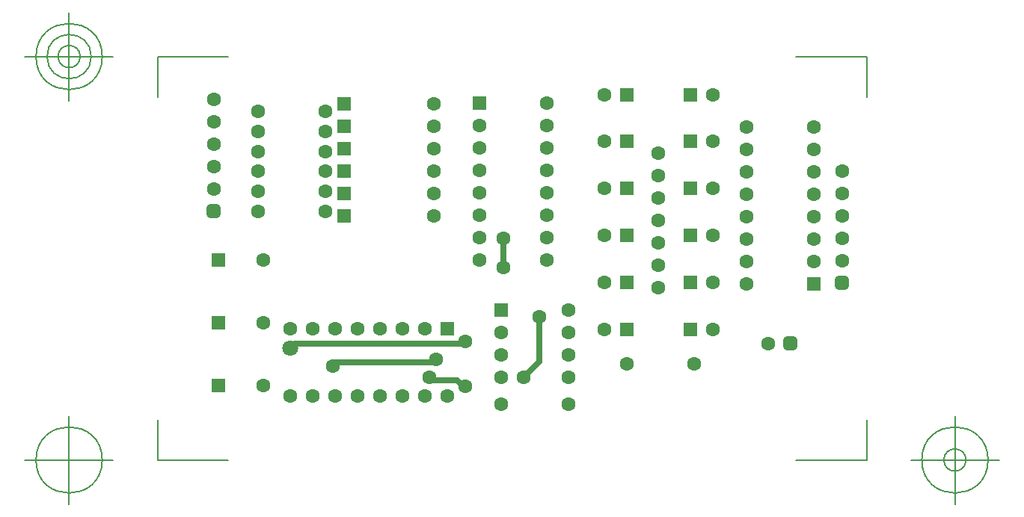
<source format=gbr>
G04 Generated by Ultiboard 14.1 *
%FSLAX34Y34*%
%MOMM*%

%ADD10C,0.0001*%
%ADD11C,0.7000*%
%ADD12C,0.1270*%
%ADD13C,1.6000*%
%ADD14R,1.6000X1.6000*%
%ADD15R,0.6051X0.6051*%
%ADD16C,0.9949*%
%ADD17C,1.8000*%


G04 ColorRGB 00FF00 for the following layer *
%LNCopper Top*%
%LPD*%
G54D10*
G54D11*
X327660Y426720D02*
X327660Y393700D01*
X350520Y269240D02*
X368300Y287020D01*
X368300Y337820D01*
X247650Y265430D02*
X243840Y269240D01*
X247650Y265430D02*
X275590Y265430D01*
X281940Y259080D01*
X284480Y259080D01*
X247650Y285750D02*
X138430Y285750D01*
X247650Y285750D02*
X251460Y289560D01*
X138430Y285750D02*
X134620Y281940D01*
X91440Y307340D02*
X281940Y307340D01*
X91440Y307340D02*
X86360Y302260D01*
X281940Y307340D02*
X284480Y309880D01*
G54D12*
X-63500Y175260D02*
X-63500Y220980D01*
X-63500Y175260D02*
X16764Y175260D01*
X739144Y175260D02*
X658880Y175260D01*
X739144Y175260D02*
X739144Y220980D01*
X739144Y632460D02*
X739144Y586740D01*
X739144Y632460D02*
X658880Y632460D01*
X-63500Y632460D02*
X16764Y632460D01*
X-63500Y632460D02*
X-63500Y586740D01*
X-113500Y175260D02*
X-213500Y175260D01*
X-163500Y125260D02*
X-163500Y225260D01*
X-201000Y175260D02*
G75*
D01*
G02X-201000Y175260I37500J0*
G01*
X789144Y175260D02*
X889144Y175260D01*
X839144Y125260D02*
X839144Y225260D01*
X801644Y175260D02*
G75*
D01*
G02X801644Y175260I37500J0*
G01*
X826644Y175260D02*
G75*
D01*
G02X826644Y175260I12500J0*
G01*
X-113500Y632460D02*
X-213500Y632460D01*
X-163500Y582460D02*
X-163500Y682460D01*
X-201000Y632460D02*
G75*
D01*
G02X-201000Y632460I37500J0*
G01*
X-188500Y632460D02*
G75*
D01*
G02X-188500Y632460I25000J0*
G01*
X-176000Y632460D02*
G75*
D01*
G02X-176000Y632460I12500J0*
G01*
G54D13*
X327660Y426720D03*
X327660Y393700D03*
X243840Y269240D03*
X134620Y281940D03*
X350520Y269240D03*
X368300Y337820D03*
X251460Y289560D03*
X325120Y238760D03*
X401320Y238760D03*
X248920Y579120D03*
X0Y482600D03*
X0Y508000D03*
X0Y558800D03*
X0Y533400D03*
X0Y584200D03*
X56380Y401820D03*
X248920Y553720D03*
X126175Y570248D03*
X49975Y570248D03*
X126175Y547665D03*
X49975Y547665D03*
X248920Y528320D03*
X126175Y525081D03*
X49975Y525081D03*
X248920Y502920D03*
X126175Y502497D03*
X49975Y502497D03*
X248920Y477520D03*
X126175Y479914D03*
X49975Y479914D03*
X248920Y452120D03*
X126175Y457330D03*
X49975Y457330D03*
X56380Y330700D03*
X56380Y259580D03*
X711200Y401320D03*
X711200Y426720D03*
X711200Y477520D03*
X711200Y452120D03*
X711200Y502920D03*
X325120Y269240D03*
X401320Y269240D03*
X401320Y345440D03*
X325120Y320040D03*
X325120Y294640D03*
X401320Y320040D03*
X401320Y294640D03*
X442557Y429677D03*
X442557Y482916D03*
X442557Y536154D03*
X442557Y589392D03*
X442557Y323201D03*
X467360Y284480D03*
X543560Y284480D03*
X300618Y402017D03*
X376818Y579817D03*
X300618Y529017D03*
X300618Y554417D03*
X300618Y503617D03*
X300618Y452817D03*
X300618Y478217D03*
X300618Y427417D03*
X376818Y427417D03*
X376818Y503617D03*
X376818Y529017D03*
X376818Y554417D03*
X376818Y452817D03*
X376818Y478217D03*
X376818Y402017D03*
X627380Y307340D03*
X188657Y248022D03*
X87057Y324222D03*
X264857Y248022D03*
X214057Y324222D03*
X239457Y324222D03*
X188657Y324222D03*
X137857Y324222D03*
X163257Y324222D03*
X112457Y324222D03*
X112457Y248022D03*
X214057Y248022D03*
X239457Y248022D03*
X137857Y248022D03*
X163257Y248022D03*
X87057Y248022D03*
X565516Y323201D03*
X565516Y429677D03*
X565516Y482916D03*
X565516Y536154D03*
X565516Y589392D03*
X679822Y553023D03*
X679822Y426023D03*
X679822Y400623D03*
X679822Y451423D03*
X679822Y502223D03*
X679822Y476823D03*
X679822Y527623D03*
X603622Y375223D03*
X603622Y527623D03*
X603622Y451423D03*
X603622Y426023D03*
X603622Y400623D03*
X603622Y502223D03*
X603622Y476823D03*
X603622Y553023D03*
X442557Y376439D03*
X502920Y497840D03*
X502920Y421640D03*
X502920Y370840D03*
X502920Y396240D03*
X502920Y447040D03*
X502920Y472440D03*
X502920Y523240D03*
X565516Y376439D03*
X284480Y309880D03*
X284480Y259080D03*
G54D14*
X147320Y579120D03*
X5580Y401820D03*
X147320Y553720D03*
X147320Y528320D03*
X147320Y502920D03*
X147320Y477520D03*
X147320Y452120D03*
X5580Y330700D03*
X5580Y259580D03*
X325120Y345440D03*
X467957Y429677D03*
X467957Y482916D03*
X467957Y536154D03*
X467957Y589392D03*
X467957Y323201D03*
X300618Y579817D03*
X264857Y324222D03*
X540116Y323201D03*
X540116Y429677D03*
X540116Y482916D03*
X540116Y536154D03*
X540116Y589392D03*
X679822Y375223D03*
X467957Y376439D03*
X540116Y376439D03*
G54D15*
X0Y457200D03*
X711200Y375920D03*
X652780Y307340D03*
G54D16*
X-3025Y454175D02*
X3025Y454175D01*
X3025Y460225D01*
X-3025Y460225D01*
X-3025Y454175D01*D02*
X708175Y372895D02*
X714225Y372895D01*
X714225Y378945D01*
X708175Y378945D01*
X708175Y372895D01*D02*
X649755Y304315D02*
X655805Y304315D01*
X655805Y310365D01*
X649755Y310365D01*
X649755Y304315D01*D02*
G54D17*
X86360Y302260D03*

M02*

</source>
